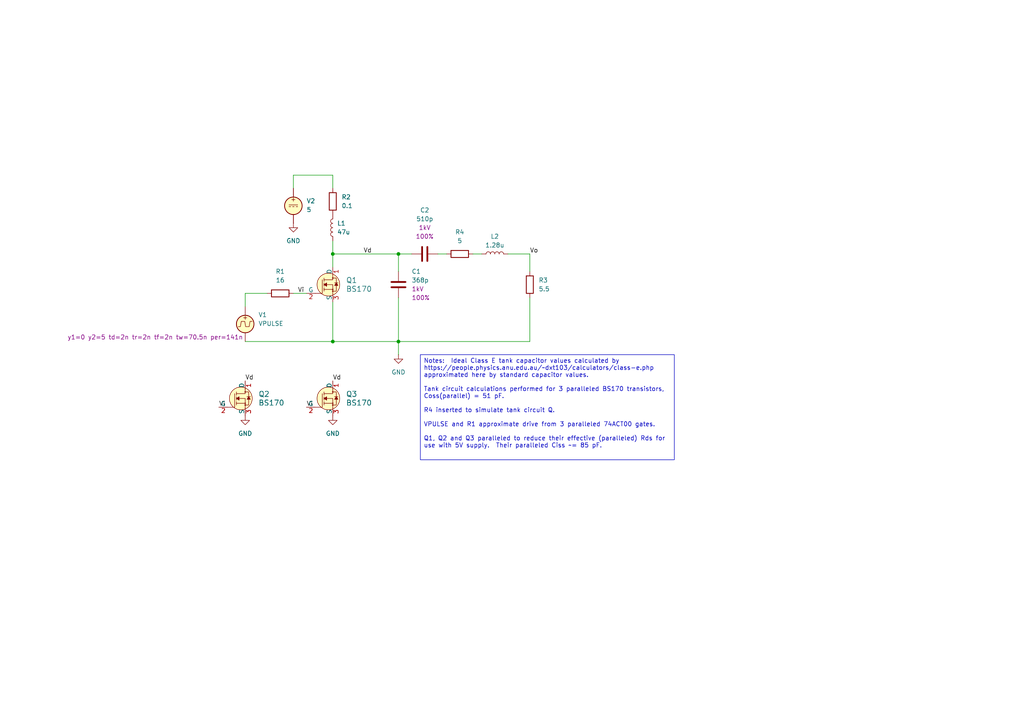
<source format=kicad_sch>
(kicad_sch (version 20231120) (generator "eeschema") (generator_version "8.0")
  (paper "A4")
  (lib_symbols
    (symbol "Device:R" (pin_numbers hide) (pin_names (offset 0))
      (property "Reference" "R" (at 2.032 0 90))
      (property "Value" "R" (at 0 0 90))
      (symbol "R_0_1"
        (rectangle (start -1.016 -2.54) (end 1.016 2.54) (stroke (width 0.254)))
      )
      (symbol "R_1_1"
        (pin passive line (at 0 3.81 270) (length 1.27) (name "~") (number "1"))
        (pin passive line (at 0 -3.81 90) (length 1.27) (name "~") (number "2"))
      )
    )
    (symbol "Simulation_SPICE:VDC" (pin_numbers hide) (pin_names (offset 0.0254))
      (property "Reference" "V" (at 2.54 2.54 0))
      (property "Value" "1" (at 2.54 0 0))
      (symbol "VDC_0_0"
        (polyline (pts (xy -1.27 0.254) (xy 1.27 0.254)))
        (polyline (pts (xy -0.762 -0.254) (xy -1.27 -0.254)))
        (polyline (pts (xy 0.254 -0.254) (xy -0.254 -0.254)))
        (polyline (pts (xy 1.27 -0.254) (xy 0.762 -0.254)))
        (text "+" (at 0 1.905 0) (effects (font (size 1.27 1.27))))
      )
      (symbol "VDC_0_1"
        (circle (center 0 0) (radius 2.54) (stroke (width 0.254)) (fill (type background)))
      )
      (symbol "VDC_1_1"
        (pin passive line (at 0 5.08 270) (length 2.54) (name "~") (number "1"))
        (pin passive line (at 0 -5.08 90) (length 2.54) (name "~") (number "2"))
      )
    )
    (symbol "Simulation_SPICE:VPULSE" (pin_numbers hide) (pin_names (offset 0.0254))
      (property "Reference" "V" (at 2.54 2.54 0))
      (property "Value" "VPULSE" (at 2.54 0 0))
      (property "Sim.Params" "y1=0 y2=1 td=2n tr=2n tf=2n tw=50n per=100n" (at 2.54 -2.54 0))
      (symbol "VPULSE_0_0"
        (polyline (pts (xy -2.032 -0.762) (xy -1.397 -0.762) (xy -1.143 0.762) (xy -0.127 0.762) (xy 0.127 -0.762) (xy 1.143 -0.762) (xy 1.397 0.762) (xy 2.032 0.762)))
        (text "+" (at 0 1.905 0) (effects (font (size 1.27 1.27))))
      )
      (symbol "VPULSE_0_1"
        (circle (center 0 0) (radius 2.54) (stroke (width 0.254)) (fill (type background)))
      )
      (symbol "VPULSE_1_1"
        (pin passive line (at 0 5.08 270) (length 2.54) (name "~") (number "1"))
        (pin passive line (at 0 -5.08 90) (length 2.54) (name "~") (number "2"))
      )
    )
    (symbol "SparkFun-Capacitor:C" (pin_numbers hide) (pin_names (offset 0.254))
      (property "Reference" "C" (at 0.635 2.54 0))
      (property "Value" "C" (at 0.635 -2.54 0))
      (property "Voltage" "1kV" (at 0 -6.35 0))
      (property "Tolerance" "100%" (at 0 -8.89 0))
      (symbol "C_0_1"
        (polyline (pts (xy -2.032 -0.762) (xy 2.032 -0.762)) (stroke (width 0.508)))
        (polyline (pts (xy -2.032 0.762) (xy 2.032 0.762)) (stroke (width 0.508)))
      )
      (symbol "C_1_1"
        (pin passive line (at 0 3.81 270) (length 2.794) (name "~") (number "1"))
        (pin passive line (at 0 -3.81 90) (length 2.794) (name "~") (number "2"))
      )
    )
    (symbol "SparkFun-Coil:L" (pin_numbers hide) (pin_names (offset 1.016) hide)
      (property "Reference" "L" (at 0 -1.27 0))
      (property "Value" "L" (at 0 1.905 0))
      (symbol "L_0_1"
        (arc (start -1.27 0) (mid -1.905 0.6323) (end -2.54 0))
        (arc (start 0 0) (mid -0.635 0.6323) (end -1.27 0))
        (arc (start 1.27 0) (mid 0.635 0.6323) (end 0 0))
        (arc (start 2.54 0) (mid 1.905 0.6323) (end 1.27 0))
      )
      (symbol "L_1_1"
        (pin passive line (at -3.81 0 0) (length 1.27) (name "1") (number "1"))
        (pin passive line (at 3.81 0 180) (length 1.27) (name "2") (number "2"))
      )
    )
    (symbol "dk_Transistors-FETs-MOSFETs-Single:BS170" (pin_names (offset 0))
      (property "Reference" "Q" (at -2.6924 3.6322 0))
      (property "Value" "BS170" (at 3.4544 0 90))
      (symbol "BS170_0_1"
        (circle (center -1.27 0) (radius 3.302) (fill (type background)))
        (circle (center 0 -1.905) (radius 0.127))
        (circle (center 0 -1.397) (radius 0.127))
        (polyline (pts (xy 0 -1.397) (xy -2.54 -1.397)))
        (polyline (pts (xy -5.08 -2.54) (xy -3.048 -2.54) (xy -3.048 1.397)))
        (polyline (pts (xy 0 -2.54) (xy 0 0) (xy -2.54 0)))
        (polyline (pts (xy 0 2.54) (xy 0 1.397) (xy -2.54 1.397)))
        (polyline (pts (xy -0.127 -1.905) (xy 1.016 -1.905) (xy 1.016 1.397) (xy 1.016 1.905) (xy -0.127 1.905)))
        (circle (center 0 1.905) (radius 0.127))
      )
      (symbol "BS170_1_1"
        (polyline (pts (xy -2.54 -1.397) (xy -2.54 -1.905)))
        (polyline (pts (xy -2.54 -1.397) (xy -2.54 -0.889)))
        (polyline (pts (xy -2.54 0) (xy -2.54 -0.508)))
        (polyline (pts (xy -2.54 0) (xy -2.54 0.508)))
        (polyline (pts (xy -2.54 1.905) (xy -2.54 0.889)))
        (polyline (pts (xy 1.524 0.508) (xy 0.508 0.508)))
        (polyline (pts (xy -2.54 0) (xy -1.778 0.508) (xy -1.778 -0.508) (xy -2.54 0)) (fill (type outline)))
        (polyline (pts (xy 1.016 0.508) (xy 0.508 -0.254) (xy 1.524 -0.254) (xy 1.016 0.508)) (fill (type outline)))
        (pin bidirectional line (at 0 5.08 270) (length 2.54) (name "D") (number "1"))
        (pin bidirectional line (at -7.62 -2.54 0) (length 2.54) (name "G") (number "2"))
        (pin bidirectional line (at 0 -5.08 90) (length 2.54) (name "S") (number "3"))
      )
    )
    (symbol "power:GND" (power) (pin_numbers hide) (pin_names (offset 0) hide)
      (property "Value" "GND" (at 0 -3.81 0))
      (symbol "GND_0_1"
        (polyline (pts (xy 0 0) (xy 0 -1.27) (xy 1.27 -1.27) (xy 0 -2.54) (xy -1.27 -1.27) (xy 0 -1.27)))
      )
      (symbol "GND_1_1"
        (pin power_in line (at 0 0 270) (length 0) (name "~") (number "1"))
      )
    )
  )
  (junction (at 96.52 73.66))
  (junction (at 115.57 73.66))
  (junction (at 115.57 99.06))
  (junction (at 96.52 99.06))
  (wire (pts (xy 71.12 85.09) (xy 77.47 85.09)))
  (wire (pts (xy 153.67 99.06) (xy 115.57 99.06)))
  (wire (pts (xy 96.52 87.63) (xy 96.52 99.06)))
  (wire (pts (xy 115.57 99.06) (xy 115.57 102.87)))
  (wire (pts (xy 115.57 73.66) (xy 119.38 73.66)))
  (wire (pts (xy 96.52 73.66) (xy 115.57 73.66)))
  (wire (pts (xy 153.67 78.74) (xy 153.67 73.66)))
  (wire (pts (xy 85.09 85.09) (xy 88.9 85.09)))
  (wire (pts (xy 153.67 86.36) (xy 153.67 99.06)))
  (wire (pts (xy 153.67 73.66) (xy 147.32 73.66)))
  (wire (pts (xy 85.09 54.61) (xy 85.09 50.8)))
  (wire (pts (xy 96.52 73.66) (xy 96.52 77.47)))
  (wire (pts (xy 85.09 50.8) (xy 96.52 50.8)))
  (wire (pts (xy 115.57 86.36) (xy 115.57 99.06)))
  (wire (pts (xy 96.52 50.8) (xy 96.52 54.61)))
  (wire (pts (xy 137.16 73.66) (xy 139.7 73.66)))
  (wire (pts (xy 71.12 88.9) (xy 71.12 85.09)))
  (wire (pts (xy 127 73.66) (xy 129.54 73.66)))
  (wire (pts (xy 96.52 99.06) (xy 115.57 99.06)))
  (wire (pts (xy 71.12 99.06) (xy 96.52 99.06)))
  (wire (pts (xy 96.52 69.85) (xy 96.52 73.66)))
  (wire (pts (xy 115.57 73.66) (xy 115.57 78.74)))
  (text_box "Notes:  Ideal Class E tank capacitor values calculated by https://people.physics.anu.edu.au/~dxt103/calculators/class-e.php approximated here by standard capacitor values.\n\nTank circuit calculations performed for 3 paralleled BS170 transistors, Coss(parallel) = 51 pF.\n\nR4 inserted to simulate tank circuit Q.\n\nVPULSE and R1 approximate drive from 3 paralleled 74ACT00 gates.\n\nQ1, Q2 and Q3 paralleled to reduce their effective (paralleled) Rds for use with 5V supply.  Their paralleled Ciss ~= 85 pF.\n" (at 121.92 102.87 0) (size 73.66 30.48) (effects (font (size 1.27 1.27)) (justify left top)))
  (label "Vd" (at 96.52 110.49 0))
  (label "Vo" (at 153.67 73.66 0))
  (label "Vi" (at 88.9 118.11 0))
  (label "Vd" (at 71.12 110.49 0))
  (label "Vi" (at 86.36 85.09 0))
  (label "Vi" (at 63.5 118.11 0))
  (label "Vd" (at 105.41 73.66 0))
  (symbol (lib_id "SparkFun-Coil:L") (at 96.52 66.04 90) (unit 1)
    (property "Reference" "L1" (at 97.79 64.7699 90) (effects (justify right)))
    (property "Value" "47u" (at 97.79 67.3099 90) (effects (justify right)))
    (property "Footprint" "SparkFun-Capacitor:C_0805_2012Metric" (effects (hide yes)))
    (property "Description" "Inductor" (effects (hide yes)))
    (property "PROD_ID" "NDUC-" (effects (hide yes)))
  )
  (symbol (lib_id "Device:R") (at 133.35 73.66 90) (unit 1)
    (property "Reference" "R4" (at 133.35 67.31 90))
    (property "Value" "5" (at 133.35 69.85 90))
    (property "Description" "Resistor" (effects (hide yes)))
  )
  (symbol (lib_id "power:GND") (at 115.57 102.87 0) (unit 1)
    (property "Reference" "#PWR01" (effects (hide yes)))
    (property "Value" "GND" (at 115.57 107.95 0))
    (property "Description" "Power symbol creates a global label with name \"GND\" , ground" (effects (hide yes)))
  )
  (symbol (lib_id "Simulation_SPICE:VDC") (at 85.09 59.69 0) (unit 1)
    (property "Reference" "V2" (at 88.9 58.2901 0) (effects (justify left)))
    (property "Value" "5" (at 88.9 60.8301 0) (effects (justify left)))
    (property "Datasheet" "https://ngspice.sourceforge.io/docs/ngspice-html-manual/manual.xhtml#sec_Independent_Sources_for" (effects (hide yes)))
    (property "Description" "Voltage source, DC" (effects (hide yes)))
    (property "Sim.Pins" "1=+ 2=-" (effects (hide yes)))
    (property "Sim.Type" "DC" (effects (hide yes)))
    (property "Sim.Device" "V" (effects (hide yes)))
  )
  (symbol (lib_id "dk_Transistors-FETs-MOSFETs-Single:BS170") (at 96.52 115.57 0) (unit 1)
    (property "Reference" "Q3" (at 100.33 114.2999 0) (effects (font (size 1.524 1.524)) (justify left)))
    (property "Value" "BS170" (at 100.33 116.8399 0) (effects (font (size 1.524 1.524)) (justify left)))
    (property "Footprint" "digikey-footprints:TO-92-3" (effects (hide yes)))
    (property "Datasheet" "https://www.onsemi.com/pub/Collateral/BS170-D.PDF" (effects (hide yes)))
    (property "Description" "MOSFET N-CH 60V 500MA TO-92" (effects (hide yes)))
    (property "Digi-Key_PN" "BS170-ND" (effects (hide yes)))
    (property "MPN" "BS170" (effects (hide yes)))
    (property "Category" "Discrete Semiconductor Products" (effects (hide yes)))
    (property "Family" "Transistors - FETs, MOSFETs - Single" (effects (hide yes)))
    (property "DK_Datasheet_Link" "https://www.onsemi.com/pub/Collateral/BS170-D.PDF" (effects (hide yes)))
    (property "DK_Detail_Page" "/product-detail/en/on-semiconductor/BS170/BS170-ND/244280" (effects (hide yes)))
    (property "Description_1" "MOSFET N-CH 60V 500MA TO-92" (effects (hide yes)))
    (property "Manufacturer" "ON Semiconductor" (effects (hide yes)))
    (property "Status" "Active" (effects (hide yes)))
    (property "Sim.Library" "/Users/jconrad/GitHub/KiCAD/spice/BS170.sub" (effects (hide yes)))
    (property "Sim.Name" "BS170" (effects (hide yes)))
    (property "Sim.Device" "NMOS" (effects (hide yes)))
    (property "Sim.Pins" "1=D 2=G 3=S" (effects (hide yes)))
    (property "Sim.Type" "VDMOS" (effects (hide yes)))
  )
  (symbol (lib_id "Device:R") (at 96.52 58.42 180) (unit 1)
    (property "Reference" "R2" (at 99.06 57.1499 0) (effects (justify right)))
    (property "Value" "0.1" (at 99.06 59.6899 0) (effects (justify right)))
    (property "Description" "Resistor" (effects (hide yes)))
  )
  (symbol (lib_id "dk_Transistors-FETs-MOSFETs-Single:BS170") (at 96.52 82.55 0) (unit 1)
    (property "Reference" "Q1" (at 100.33 81.2799 0) (effects (font (size 1.524 1.524)) (justify left)))
    (property "Value" "BS170" (at 100.33 83.8199 0) (effects (font (size 1.524 1.524)) (justify left)))
    (property "Footprint" "digikey-footprints:TO-92-3" (effects (hide yes)))
    (property "Datasheet" "https://www.onsemi.com/pub/Collateral/BS170-D.PDF" (effects (hide yes)))
    (property "Description" "MOSFET N-CH 60V 500MA TO-92" (effects (hide yes)))
    (property "Digi-Key_PN" "BS170-ND" (effects (hide yes)))
    (property "MPN" "BS170" (effects (hide yes)))
    (property "Category" "Discrete Semiconductor Products" (effects (hide yes)))
    (property "Family" "Transistors - FETs, MOSFETs - Single" (effects (hide yes)))
    (property "DK_Datasheet_Link" "https://www.onsemi.com/pub/Collateral/BS170-D.PDF" (effects (hide yes)))
    (property "DK_Detail_Page" "/product-detail/en/on-semiconductor/BS170/BS170-ND/244280" (effects (hide yes)))
    (property "Description_1" "MOSFET N-CH 60V 500MA TO-92" (effects (hide yes)))
    (property "Manufacturer" "ON Semiconductor" (effects (hide yes)))
    (property "Status" "Active" (effects (hide yes)))
    (property "Sim.Library" "/Users/jconrad/GitHub/KiCAD/spice/BS170.sub" (effects (hide yes)))
    (property "Sim.Name" "BS170" (effects (hide yes)))
    (property "Sim.Device" "NMOS" (effects (hide yes)))
    (property "Sim.Pins" "1=D 2=G 3=S" (effects (hide yes)))
    (property "Sim.Type" "VDMOS" (effects (hide yes)))
  )
  (symbol (lib_id "dk_Transistors-FETs-MOSFETs-Single:BS170") (at 71.12 115.57 0) (unit 1)
    (property "Reference" "Q2" (at 74.93 114.2999 0) (effects (font (size 1.524 1.524)) (justify left)))
    (property "Value" "BS170" (at 74.93 116.8399 0) (effects (font (size 1.524 1.524)) (justify left)))
    (property "Footprint" "digikey-footprints:TO-92-3" (effects (hide yes)))
    (property "Datasheet" "https://www.onsemi.com/pub/Collateral/BS170-D.PDF" (effects (hide yes)))
    (property "Description" "MOSFET N-CH 60V 500MA TO-92" (effects (hide yes)))
    (property "Digi-Key_PN" "BS170-ND" (effects (hide yes)))
    (property "MPN" "BS170" (effects (hide yes)))
    (property "Category" "Discrete Semiconductor Products" (effects (hide yes)))
    (property "Family" "Transistors - FETs, MOSFETs - Single" (effects (hide yes)))
    (property "DK_Datasheet_Link" "https://www.onsemi.com/pub/Collateral/BS170-D.PDF" (effects (hide yes)))
    (property "DK_Detail_Page" "/product-detail/en/on-semiconductor/BS170/BS170-ND/244280" (effects (hide yes)))
    (property "Description_1" "MOSFET N-CH 60V 500MA TO-92" (effects (hide yes)))
    (property "Manufacturer" "ON Semiconductor" (effects (hide yes)))
    (property "Status" "Active" (effects (hide yes)))
    (property "Sim.Library" "/Users/jconrad/GitHub/KiCAD/spice/BS170.sub" (effects (hide yes)))
    (property "Sim.Name" "BS170" (effects (hide yes)))
    (property "Sim.Device" "NMOS" (effects (hide yes)))
    (property "Sim.Pins" "1=D 2=G 3=S" (effects (hide yes)))
    (property "Sim.Type" "VDMOS" (effects (hide yes)))
  )
  (symbol (lib_id "SparkFun-Capacitor:C") (at 115.57 82.55 0) (unit 1)
    (property "Reference" "C1" (at 119.38 78.7399 0) (effects (justify left)))
    (property "Value" "368p" (at 119.38 81.2799 0) (effects (justify left)))
    (property "Footprint" "SparkFun-Capacitor:C_0603_1608Metric" (effects (hide yes)))
    (property "Datasheet" "https://cdn.sparkfun.com/assets/8/a/4/a/5/Kemet_Capacitor_Datasheet.pdf" (effects (hide yes)))
    (property "Description" "Unpolarized capacitor" (effects (hide yes)))
    (property "PROD_ID" "CAP-00000" (effects (hide yes)))
    (property "Voltage" "1kV" (at 119.38 83.8199 0) (effects (justify left)))
    (property "Tolerance" "100%" (at 119.38 86.3599 0) (effects (justify left)))
    (property "Sim.Device" "C" (effects (hide yes)))
    (property "Sim.Pins" "1=+ 2=-" (effects (hide yes)))
  )
  (symbol (lib_id "Device:R") (at 81.28 85.09 90) (unit 1)
    (property "Reference" "R1" (at 81.28 78.74 90))
    (property "Value" "16" (at 81.28 81.28 90))
    (property "Description" "Resistor" (effects (hide yes)))
  )
  (symbol (lib_id "Device:R") (at 153.67 82.55 180) (unit 1)
    (property "Reference" "R3" (at 156.21 81.2799 0) (effects (justify right)))
    (property "Value" "5.5" (at 156.21 83.8199 0) (effects (justify right)))
    (property "Description" "Resistor" (effects (hide yes)))
  )
  (symbol (lib_id "power:GND") (at 85.09 64.77 0) (unit 1)
    (property "Reference" "#PWR02" (effects (hide yes)))
    (property "Value" "GND" (at 85.09 69.85 0))
    (property "Description" "Power symbol creates a global label with name \"GND\" , ground" (effects (hide yes)))
  )
  (symbol (lib_id "SparkFun-Capacitor:C") (at 123.19 73.66 90) (unit 1)
    (property "Reference" "C2" (at 123.19 60.96 90))
    (property "Value" "510p" (at 123.19 63.5 90))
    (property "Footprint" "SparkFun-Capacitor:C_0603_1608Metric" (effects (hide yes)))
    (property "Datasheet" "https://cdn.sparkfun.com/assets/8/a/4/a/5/Kemet_Capacitor_Datasheet.pdf" (effects (hide yes)))
    (property "Description" "Unpolarized capacitor" (effects (hide yes)))
    (property "PROD_ID" "CAP-00000" (effects (hide yes)))
    (property "Voltage" "1kV" (at 123.19 66.04 90))
    (property "Tolerance" "100%" (at 123.19 68.58 90))
  )
  (symbol (lib_id "Simulation_SPICE:VPULSE") (at 71.12 93.98 0) (unit 1)
    (property "Reference" "V1" (at 74.93 91.3101 0) (effects (justify left)))
    (property "Value" "VPULSE" (at 74.93 93.8501 0) (effects (justify left)))
    (property "Datasheet" "https://ngspice.sourceforge.io/docs/ngspice-html-manual/manual.xhtml#sec_Independent_Sources_for" (effects (hide yes)))
    (property "Description" "Voltage source, pulse" (effects (hide yes)))
    (property "Sim.Pins" "1=+ 2=-" (effects (hide yes)))
    (property "Sim.Type" "PULSE" (effects (hide yes)))
    (property "Sim.Device" "V" (effects (hide yes)))
    (property "Sim.Params" "y1=0 y2=5 td=2n tr=2n tf=2n tw=70.5n per=141n" (at 19.558 97.79 0) (effects (justify left)))
  )
  (symbol (lib_id "power:GND") (at 71.12 120.65 0) (unit 1)
    (property "Reference" "#PWR03" (effects (hide yes)))
    (property "Value" "GND" (at 71.12 125.73 0))
    (property "Description" "Power symbol creates a global label with name \"GND\" , ground" (effects (hide yes)))
  )
  (symbol (lib_id "SparkFun-Coil:L") (at 143.51 73.66 0) (unit 1)
    (property "Reference" "L2" (at 143.51 68.58 0))
    (property "Value" "1.28u" (at 143.51 71.12 0))
    (property "Footprint" "SparkFun-Capacitor:C_0805_2012Metric" (effects (hide yes)))
    (property "Description" "Inductor" (effects (hide yes)))
    (property "PROD_ID" "NDUC-" (effects (hide yes)))
  )
  (symbol (lib_id "power:GND") (at 96.52 120.65 0) (unit 1)
    (property "Reference" "#PWR04" (effects (hide yes)))
    (property "Value" "GND" (at 96.52 125.73 0))
    (property "Description" "Power symbol creates a global label with name \"GND\" , ground" (effects (hide yes)))
  )
)
</source>
